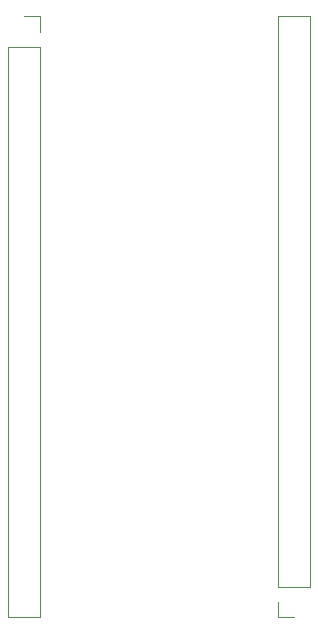
<source format=gbr>
%TF.GenerationSoftware,KiCad,Pcbnew,5.1.9-73d0e3b20d~88~ubuntu20.04.1*%
%TF.CreationDate,2021-03-30T20:26:41-06:00*%
%TF.ProjectId,STM32F411CE,53544d33-3246-4343-9131-43452e6b6963,rev?*%
%TF.SameCoordinates,Original*%
%TF.FileFunction,Legend,Bot*%
%TF.FilePolarity,Positive*%
%FSLAX46Y46*%
G04 Gerber Fmt 4.6, Leading zero omitted, Abs format (unit mm)*
G04 Created by KiCad (PCBNEW 5.1.9-73d0e3b20d~88~ubuntu20.04.1) date 2021-03-30 20:26:41*
%MOMM*%
%LPD*%
G01*
G04 APERTURE LIST*
%ADD10C,0.120000*%
G04 APERTURE END LIST*
D10*
%TO.C,J3*%
X35296800Y-63356800D02*
X36626800Y-63356800D01*
X35296800Y-62026800D02*
X35296800Y-63356800D01*
X35296800Y-60756800D02*
X37956800Y-60756800D01*
X37956800Y-60756800D02*
X37956800Y-12436800D01*
X35296800Y-60756800D02*
X35296800Y-12436800D01*
X35296800Y-12436800D02*
X37956800Y-12436800D01*
%TO.C,J2*%
X15096800Y-12436800D02*
X13766800Y-12436800D01*
X15096800Y-13766800D02*
X15096800Y-12436800D01*
X15096800Y-15036800D02*
X12436800Y-15036800D01*
X12436800Y-15036800D02*
X12436800Y-63356800D01*
X15096800Y-15036800D02*
X15096800Y-63356800D01*
X15096800Y-63356800D02*
X12436800Y-63356800D01*
%TD*%
M02*

</source>
